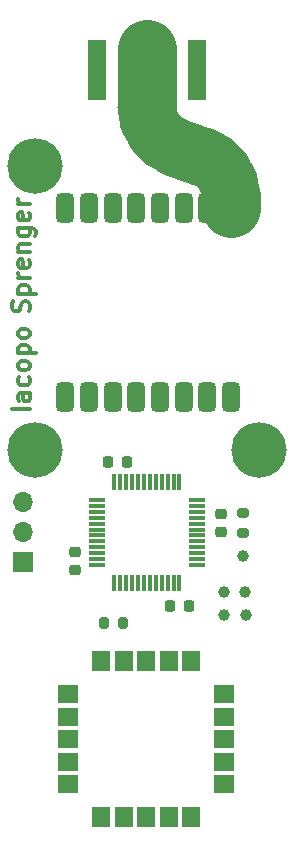
<source format=gts>
G04 #@! TF.GenerationSoftware,KiCad,Pcbnew,(7.0.0)*
G04 #@! TF.CreationDate,2023-03-12T21:45:25+01:00*
G04 #@! TF.ProjectId,tracker,74726163-6b65-4722-9e6b-696361645f70,rev?*
G04 #@! TF.SameCoordinates,Original*
G04 #@! TF.FileFunction,Soldermask,Top*
G04 #@! TF.FilePolarity,Negative*
%FSLAX46Y46*%
G04 Gerber Fmt 4.6, Leading zero omitted, Abs format (unit mm)*
G04 Created by KiCad (PCBNEW (7.0.0)) date 2023-03-12 21:45:25*
%MOMM*%
%LPD*%
G01*
G04 APERTURE LIST*
G04 Aperture macros list*
%AMRoundRect*
0 Rectangle with rounded corners*
0 $1 Rounding radius*
0 $2 $3 $4 $5 $6 $7 $8 $9 X,Y pos of 4 corners*
0 Add a 4 corners polygon primitive as box body*
4,1,4,$2,$3,$4,$5,$6,$7,$8,$9,$2,$3,0*
0 Add four circle primitives for the rounded corners*
1,1,$1+$1,$2,$3*
1,1,$1+$1,$4,$5*
1,1,$1+$1,$6,$7*
1,1,$1+$1,$8,$9*
0 Add four rect primitives between the rounded corners*
20,1,$1+$1,$2,$3,$4,$5,0*
20,1,$1+$1,$4,$5,$6,$7,0*
20,1,$1+$1,$6,$7,$8,$9,0*
20,1,$1+$1,$8,$9,$2,$3,0*%
G04 Aperture macros list end*
%ADD10C,0.300000*%
%ADD11C,5.000000*%
%ADD12RoundRect,0.200000X-0.200000X-0.275000X0.200000X-0.275000X0.200000X0.275000X-0.200000X0.275000X0*%
%ADD13C,1.000000*%
%ADD14RoundRect,0.200000X0.275000X-0.200000X0.275000X0.200000X-0.275000X0.200000X-0.275000X-0.200000X0*%
%ADD15RoundRect,0.225000X0.250000X-0.225000X0.250000X0.225000X-0.250000X0.225000X-0.250000X-0.225000X0*%
%ADD16RoundRect,0.225000X0.225000X0.250000X-0.225000X0.250000X-0.225000X-0.250000X0.225000X-0.250000X0*%
%ADD17C,3.100000*%
%ADD18C,4.700000*%
%ADD19R,1.475000X0.300000*%
%ADD20R,0.300000X1.475000*%
%ADD21R,1.800000X1.500000*%
%ADD22R,1.500000X1.800000*%
%ADD23RoundRect,0.225000X-0.225000X-0.250000X0.225000X-0.250000X0.225000X0.250000X-0.225000X0.250000X0*%
%ADD24R,1.700000X1.700000*%
%ADD25O,1.700000X1.700000*%
%ADD26RoundRect,0.225000X-0.250000X0.225000X-0.250000X-0.225000X0.250000X-0.225000X0.250000X0.225000X0*%
%ADD27R,1.500000X5.080000*%
%ADD28RoundRect,0.375000X0.375000X-0.875000X0.375000X0.875000X-0.375000X0.875000X-0.375000X-0.875000X0*%
G04 APERTURE END LIST*
D10*
X132573571Y-76542857D02*
X131073571Y-76542857D01*
X132573571Y-75185714D02*
X131787857Y-75185714D01*
X131787857Y-75185714D02*
X131645000Y-75257142D01*
X131645000Y-75257142D02*
X131573571Y-75399999D01*
X131573571Y-75399999D02*
X131573571Y-75685714D01*
X131573571Y-75685714D02*
X131645000Y-75828571D01*
X132502142Y-75185714D02*
X132573571Y-75328571D01*
X132573571Y-75328571D02*
X132573571Y-75685714D01*
X132573571Y-75685714D02*
X132502142Y-75828571D01*
X132502142Y-75828571D02*
X132359285Y-75899999D01*
X132359285Y-75899999D02*
X132216428Y-75899999D01*
X132216428Y-75899999D02*
X132073571Y-75828571D01*
X132073571Y-75828571D02*
X132002142Y-75685714D01*
X132002142Y-75685714D02*
X132002142Y-75328571D01*
X132002142Y-75328571D02*
X131930714Y-75185714D01*
X132502142Y-73828571D02*
X132573571Y-73971428D01*
X132573571Y-73971428D02*
X132573571Y-74257142D01*
X132573571Y-74257142D02*
X132502142Y-74399999D01*
X132502142Y-74399999D02*
X132430714Y-74471428D01*
X132430714Y-74471428D02*
X132287857Y-74542856D01*
X132287857Y-74542856D02*
X131859285Y-74542856D01*
X131859285Y-74542856D02*
X131716428Y-74471428D01*
X131716428Y-74471428D02*
X131645000Y-74399999D01*
X131645000Y-74399999D02*
X131573571Y-74257142D01*
X131573571Y-74257142D02*
X131573571Y-73971428D01*
X131573571Y-73971428D02*
X131645000Y-73828571D01*
X132573571Y-72971428D02*
X132502142Y-73114285D01*
X132502142Y-73114285D02*
X132430714Y-73185714D01*
X132430714Y-73185714D02*
X132287857Y-73257142D01*
X132287857Y-73257142D02*
X131859285Y-73257142D01*
X131859285Y-73257142D02*
X131716428Y-73185714D01*
X131716428Y-73185714D02*
X131645000Y-73114285D01*
X131645000Y-73114285D02*
X131573571Y-72971428D01*
X131573571Y-72971428D02*
X131573571Y-72757142D01*
X131573571Y-72757142D02*
X131645000Y-72614285D01*
X131645000Y-72614285D02*
X131716428Y-72542857D01*
X131716428Y-72542857D02*
X131859285Y-72471428D01*
X131859285Y-72471428D02*
X132287857Y-72471428D01*
X132287857Y-72471428D02*
X132430714Y-72542857D01*
X132430714Y-72542857D02*
X132502142Y-72614285D01*
X132502142Y-72614285D02*
X132573571Y-72757142D01*
X132573571Y-72757142D02*
X132573571Y-72971428D01*
X131573571Y-71828571D02*
X133073571Y-71828571D01*
X131645000Y-71828571D02*
X131573571Y-71685714D01*
X131573571Y-71685714D02*
X131573571Y-71399999D01*
X131573571Y-71399999D02*
X131645000Y-71257142D01*
X131645000Y-71257142D02*
X131716428Y-71185714D01*
X131716428Y-71185714D02*
X131859285Y-71114285D01*
X131859285Y-71114285D02*
X132287857Y-71114285D01*
X132287857Y-71114285D02*
X132430714Y-71185714D01*
X132430714Y-71185714D02*
X132502142Y-71257142D01*
X132502142Y-71257142D02*
X132573571Y-71399999D01*
X132573571Y-71399999D02*
X132573571Y-71685714D01*
X132573571Y-71685714D02*
X132502142Y-71828571D01*
X132573571Y-70257142D02*
X132502142Y-70399999D01*
X132502142Y-70399999D02*
X132430714Y-70471428D01*
X132430714Y-70471428D02*
X132287857Y-70542856D01*
X132287857Y-70542856D02*
X131859285Y-70542856D01*
X131859285Y-70542856D02*
X131716428Y-70471428D01*
X131716428Y-70471428D02*
X131645000Y-70399999D01*
X131645000Y-70399999D02*
X131573571Y-70257142D01*
X131573571Y-70257142D02*
X131573571Y-70042856D01*
X131573571Y-70042856D02*
X131645000Y-69899999D01*
X131645000Y-69899999D02*
X131716428Y-69828571D01*
X131716428Y-69828571D02*
X131859285Y-69757142D01*
X131859285Y-69757142D02*
X132287857Y-69757142D01*
X132287857Y-69757142D02*
X132430714Y-69828571D01*
X132430714Y-69828571D02*
X132502142Y-69899999D01*
X132502142Y-69899999D02*
X132573571Y-70042856D01*
X132573571Y-70042856D02*
X132573571Y-70257142D01*
X132502142Y-68285713D02*
X132573571Y-68071428D01*
X132573571Y-68071428D02*
X132573571Y-67714285D01*
X132573571Y-67714285D02*
X132502142Y-67571428D01*
X132502142Y-67571428D02*
X132430714Y-67499999D01*
X132430714Y-67499999D02*
X132287857Y-67428570D01*
X132287857Y-67428570D02*
X132145000Y-67428570D01*
X132145000Y-67428570D02*
X132002142Y-67499999D01*
X132002142Y-67499999D02*
X131930714Y-67571428D01*
X131930714Y-67571428D02*
X131859285Y-67714285D01*
X131859285Y-67714285D02*
X131787857Y-67999999D01*
X131787857Y-67999999D02*
X131716428Y-68142856D01*
X131716428Y-68142856D02*
X131645000Y-68214285D01*
X131645000Y-68214285D02*
X131502142Y-68285713D01*
X131502142Y-68285713D02*
X131359285Y-68285713D01*
X131359285Y-68285713D02*
X131216428Y-68214285D01*
X131216428Y-68214285D02*
X131145000Y-68142856D01*
X131145000Y-68142856D02*
X131073571Y-67999999D01*
X131073571Y-67999999D02*
X131073571Y-67642856D01*
X131073571Y-67642856D02*
X131145000Y-67428570D01*
X131573571Y-66785714D02*
X133073571Y-66785714D01*
X131645000Y-66785714D02*
X131573571Y-66642857D01*
X131573571Y-66642857D02*
X131573571Y-66357142D01*
X131573571Y-66357142D02*
X131645000Y-66214285D01*
X131645000Y-66214285D02*
X131716428Y-66142857D01*
X131716428Y-66142857D02*
X131859285Y-66071428D01*
X131859285Y-66071428D02*
X132287857Y-66071428D01*
X132287857Y-66071428D02*
X132430714Y-66142857D01*
X132430714Y-66142857D02*
X132502142Y-66214285D01*
X132502142Y-66214285D02*
X132573571Y-66357142D01*
X132573571Y-66357142D02*
X132573571Y-66642857D01*
X132573571Y-66642857D02*
X132502142Y-66785714D01*
X132573571Y-65428571D02*
X131573571Y-65428571D01*
X131859285Y-65428571D02*
X131716428Y-65357142D01*
X131716428Y-65357142D02*
X131645000Y-65285714D01*
X131645000Y-65285714D02*
X131573571Y-65142856D01*
X131573571Y-65142856D02*
X131573571Y-64999999D01*
X132502142Y-63928571D02*
X132573571Y-64071428D01*
X132573571Y-64071428D02*
X132573571Y-64357143D01*
X132573571Y-64357143D02*
X132502142Y-64500000D01*
X132502142Y-64500000D02*
X132359285Y-64571428D01*
X132359285Y-64571428D02*
X131787857Y-64571428D01*
X131787857Y-64571428D02*
X131645000Y-64500000D01*
X131645000Y-64500000D02*
X131573571Y-64357143D01*
X131573571Y-64357143D02*
X131573571Y-64071428D01*
X131573571Y-64071428D02*
X131645000Y-63928571D01*
X131645000Y-63928571D02*
X131787857Y-63857143D01*
X131787857Y-63857143D02*
X131930714Y-63857143D01*
X131930714Y-63857143D02*
X132073571Y-64571428D01*
X131573571Y-63214286D02*
X132573571Y-63214286D01*
X131716428Y-63214286D02*
X131645000Y-63142857D01*
X131645000Y-63142857D02*
X131573571Y-63000000D01*
X131573571Y-63000000D02*
X131573571Y-62785714D01*
X131573571Y-62785714D02*
X131645000Y-62642857D01*
X131645000Y-62642857D02*
X131787857Y-62571429D01*
X131787857Y-62571429D02*
X132573571Y-62571429D01*
X131573571Y-61214286D02*
X132787857Y-61214286D01*
X132787857Y-61214286D02*
X132930714Y-61285714D01*
X132930714Y-61285714D02*
X133002142Y-61357143D01*
X133002142Y-61357143D02*
X133073571Y-61500000D01*
X133073571Y-61500000D02*
X133073571Y-61714286D01*
X133073571Y-61714286D02*
X133002142Y-61857143D01*
X132502142Y-61214286D02*
X132573571Y-61357143D01*
X132573571Y-61357143D02*
X132573571Y-61642857D01*
X132573571Y-61642857D02*
X132502142Y-61785714D01*
X132502142Y-61785714D02*
X132430714Y-61857143D01*
X132430714Y-61857143D02*
X132287857Y-61928571D01*
X132287857Y-61928571D02*
X131859285Y-61928571D01*
X131859285Y-61928571D02*
X131716428Y-61857143D01*
X131716428Y-61857143D02*
X131645000Y-61785714D01*
X131645000Y-61785714D02*
X131573571Y-61642857D01*
X131573571Y-61642857D02*
X131573571Y-61357143D01*
X131573571Y-61357143D02*
X131645000Y-61214286D01*
X132502142Y-59928571D02*
X132573571Y-60071428D01*
X132573571Y-60071428D02*
X132573571Y-60357143D01*
X132573571Y-60357143D02*
X132502142Y-60500000D01*
X132502142Y-60500000D02*
X132359285Y-60571428D01*
X132359285Y-60571428D02*
X131787857Y-60571428D01*
X131787857Y-60571428D02*
X131645000Y-60500000D01*
X131645000Y-60500000D02*
X131573571Y-60357143D01*
X131573571Y-60357143D02*
X131573571Y-60071428D01*
X131573571Y-60071428D02*
X131645000Y-59928571D01*
X131645000Y-59928571D02*
X131787857Y-59857143D01*
X131787857Y-59857143D02*
X131930714Y-59857143D01*
X131930714Y-59857143D02*
X132073571Y-60571428D01*
X132573571Y-59214286D02*
X131573571Y-59214286D01*
X131859285Y-59214286D02*
X131716428Y-59142857D01*
X131716428Y-59142857D02*
X131645000Y-59071429D01*
X131645000Y-59071429D02*
X131573571Y-58928571D01*
X131573571Y-58928571D02*
X131573571Y-58785714D01*
D11*
X149595000Y-58500000D02*
X149595000Y-59500000D01*
X147237095Y-55169166D02*
X144857904Y-54330833D01*
X142500027Y-51000000D02*
G75*
G03*
X144857904Y-54330833I3531573J0D01*
G01*
X142500000Y-51000000D02*
X142500000Y-46100000D01*
X149594974Y-58499999D02*
G75*
G03*
X147237095Y-55169166I-3531574J-1D01*
G01*
D12*
G04 #@! TO.C,R2*
X138850000Y-94700000D03*
X140500000Y-94700000D03*
G04 #@! TD*
D13*
G04 #@! TO.C,TP1*
X150800000Y-92000000D03*
G04 #@! TD*
D14*
G04 #@! TO.C,R1*
X150600000Y-87025000D03*
X150600000Y-85375000D03*
G04 #@! TD*
D15*
G04 #@! TO.C,C2*
X136400000Y-90175000D03*
X136400000Y-88625000D03*
G04 #@! TD*
D13*
G04 #@! TO.C,TP2*
X149000000Y-92000000D03*
G04 #@! TD*
D16*
G04 #@! TO.C,C3*
X146025000Y-93200000D03*
X144475000Y-93200000D03*
G04 #@! TD*
D13*
G04 #@! TO.C,TP5*
X150600000Y-89000000D03*
G04 #@! TD*
G04 #@! TO.C,TP3*
X149000000Y-94000000D03*
G04 #@! TD*
D17*
G04 #@! TO.C,H1*
X133000000Y-56000000D03*
D18*
X133000000Y-56000000D03*
G04 #@! TD*
D19*
G04 #@! TO.C,U1*
X146737999Y-89749999D03*
X146737999Y-89249999D03*
X146737999Y-88749999D03*
X146737999Y-88249999D03*
X146737999Y-87749999D03*
X146737999Y-87249999D03*
X146737999Y-86749999D03*
X146737999Y-86249999D03*
X146737999Y-85749999D03*
X146737999Y-85249999D03*
X146737999Y-84749999D03*
X146737999Y-84249999D03*
D20*
X145249999Y-82761999D03*
X144749999Y-82761999D03*
X144249999Y-82761999D03*
X143749999Y-82761999D03*
X143249999Y-82761999D03*
X142749999Y-82761999D03*
X142249999Y-82761999D03*
X141749999Y-82761999D03*
X141249999Y-82761999D03*
X140749999Y-82761999D03*
X140249999Y-82761999D03*
X139749999Y-82761999D03*
D19*
X138261999Y-84249999D03*
X138261999Y-84749999D03*
X138261999Y-85249999D03*
X138261999Y-85749999D03*
X138261999Y-86249999D03*
X138261999Y-86749999D03*
X138261999Y-87249999D03*
X138261999Y-87749999D03*
X138261999Y-88249999D03*
X138261999Y-88749999D03*
X138261999Y-89249999D03*
X138261999Y-89749999D03*
D20*
X139749999Y-91237999D03*
X140249999Y-91237999D03*
X140749999Y-91237999D03*
X141249999Y-91237999D03*
X141749999Y-91237999D03*
X142249999Y-91237999D03*
X142749999Y-91237999D03*
X143249999Y-91237999D03*
X143749999Y-91237999D03*
X144249999Y-91237999D03*
X144749999Y-91237999D03*
X145249999Y-91237999D03*
G04 #@! TD*
D21*
G04 #@! TO.C,ANT1*
X135849999Y-100699999D03*
X135849999Y-102599999D03*
X135849999Y-104499999D03*
X135849999Y-106399999D03*
X135849999Y-108299999D03*
D22*
X138649999Y-111099999D03*
X140549999Y-111099999D03*
X142449999Y-111099999D03*
X144349999Y-111099999D03*
X146249999Y-111099999D03*
D21*
X149049999Y-108299999D03*
X149049999Y-106399999D03*
X149049999Y-104499999D03*
X149049999Y-102599999D03*
X149049999Y-100699999D03*
D22*
X146249999Y-97899999D03*
X144349999Y-97899999D03*
X142449999Y-97899999D03*
X140549999Y-97899999D03*
X138649999Y-97899999D03*
G04 #@! TD*
D13*
G04 #@! TO.C,TP4*
X150900000Y-94000000D03*
G04 #@! TD*
D23*
G04 #@! TO.C,C4*
X139225000Y-81000000D03*
X140775000Y-81000000D03*
G04 #@! TD*
D17*
G04 #@! TO.C,H2*
X152000000Y-80000000D03*
D18*
X152000000Y-80000000D03*
G04 #@! TD*
D24*
G04 #@! TO.C,J1*
X131999999Y-89524999D03*
D25*
X131999999Y-86984999D03*
X131999999Y-84444999D03*
G04 #@! TD*
D26*
G04 #@! TO.C,C1*
X148800000Y-85425000D03*
X148800000Y-86975000D03*
G04 #@! TD*
D27*
G04 #@! TO.C,AE1*
X142499999Y-47799999D03*
X138249999Y-47799999D03*
X146749999Y-47799999D03*
G04 #@! TD*
D17*
G04 #@! TO.C,H3*
X133000000Y-80000000D03*
D18*
X133000000Y-80000000D03*
G04 #@! TD*
D28*
G04 #@! TO.C,SOM1*
X135595000Y-75500000D03*
X137595000Y-75500000D03*
X139595000Y-75500000D03*
X141595000Y-75500000D03*
X143595000Y-75500000D03*
X145595000Y-75500000D03*
X147595000Y-75500000D03*
X149595000Y-75500000D03*
X149595000Y-59500000D03*
X147595000Y-59500000D03*
X145595000Y-59500000D03*
X143595000Y-59500000D03*
X141595000Y-59500000D03*
X139595000Y-59500000D03*
X137595000Y-59500000D03*
X135595000Y-59500000D03*
G04 #@! TD*
M02*

</source>
